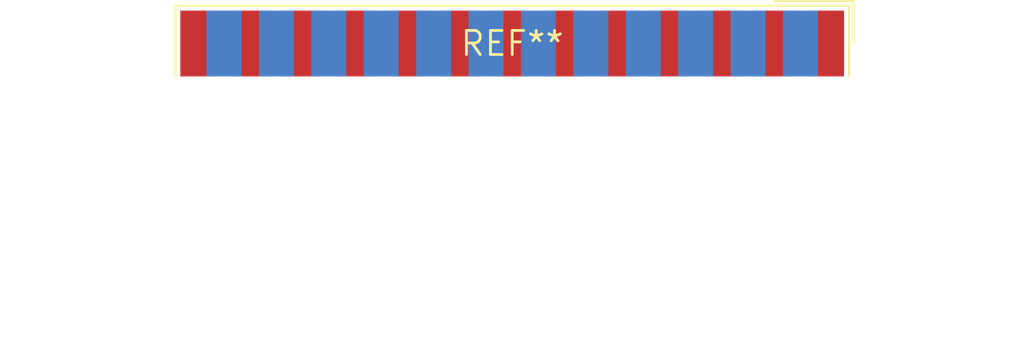
<source format=kicad_pcb>
(kicad_pcb (version 20240108) (generator pcbnew)
  (layers (0 "F.Cu" signal) (31 "B.Cu" signal) (34 "B.Paste" user) (35 "F.Paste" user) (36 "B.SilkS" user "B.Silkscreen") (37 "F.SilkS" user "F.Silkscreen") (38 "B.Mask" user) (39 "F.Mask" user) (44 "Edge.Cuts" user))
  (net 0 "")
  (footprint "DSUB-25_Female_EdgeMount_P2.77mm" (layer "F.Cu") (at 0 0)
    (property "Reference" "REF**")
    (property "Value" "DSUB-25_Female_EdgeMount_P2.77mm")
    (fp_line (start -17.803333 -2) (end -17.803333 1.74) (layer "F.SilkS") (stroke (width 0.12)))
    (fp_line (start 17.803333 -2) (end -17.803333 -2) (layer "F.SilkS") (stroke (width 0.12)))
    (fp_line (start 17.803333 1.74) (end 17.803333 -2) (layer "F.SilkS") (stroke (width 0.12)))
    (fp_line (start 18.043333 -2.24) (end 13.85 -2.24) (layer "F.SilkS") (stroke (width 0.12)))
    (fp_line (start 18.043333 0) (end 18.043333 -2.24) (layer "F.SilkS") (stroke (width 0.12)))
    (pad "1" smd rect (at 16.62 0) (size 1.846667 3.48) (layers "F.Cu" "F.Paste" "F.Mask"))
    (pad "2" smd rect (at 13.85 0) (size 1.846667 3.48) (layers "F.Cu" "F.Paste" "F.Mask"))
    (pad "3" smd rect (at 11.08 0) (size 1.846667 3.48) (layers "F.Cu" "F.Paste" "F.Mask"))
    (pad "4" smd rect (at 8.31 0) (size 1.846667 3.48) (layers "F.Cu" "F.Paste" "F.Mask"))
    (pad "5" smd rect (at 5.54 0) (size 1.846667 3.48) (layers "F.Cu" "F.Paste" "F.Mask"))
    (pad "6" smd rect (at 2.77 0) (size 1.846667 3.48) (layers "F.Cu" "F.Paste" "F.Mask"))
    (pad "7" smd rect (at 0 0) (size 1.846667 3.48) (layers "F.Cu" "F.Paste" "F.Mask"))
    (pad "8" smd rect (at -2.77 0) (size 1.846667 3.48) (layers "F.Cu" "F.Paste" "F.Mask"))
    (pad "9" smd rect (at -5.54 0) (size 1.846667 3.48) (layers "F.Cu" "F.Paste" "F.Mask"))
    (pad "10" smd rect (at -8.31 0) (size 1.846667 3.48) (layers "F.Cu" "F.Paste" "F.Mask"))
    (pad "11" smd rect (at -11.08 0) (size 1.846667 3.48) (layers "F.Cu" "F.Paste" "F.Mask"))
    (pad "12" smd rect (at -13.85 0) (size 1.846667 3.48) (layers "F.Cu" "F.Paste" "F.Mask"))
    (pad "13" smd rect (at -16.62 0) (size 1.846667 3.48) (layers "F.Cu" "F.Paste" "F.Mask"))
    (pad "14" smd rect (at 15.235 0) (size 1.846667 3.48) (layers "B.Cu" "B.Paste" "B.Mask"))
    (pad "15" smd rect (at 12.465 0) (size 1.846667 3.48) (layers "B.Cu" "B.Paste" "B.Mask"))
    (pad "16" smd rect (at 9.695 0) (size 1.846667 3.48) (layers "B.Cu" "B.Paste" "B.Mask"))
    (pad "17" smd rect (at 6.925 0) (size 1.846667 3.48) (layers "B.Cu" "B.Paste" "B.Mask"))
    (pad "18" smd rect (at 4.155 0) (size 1.846667 3.48) (layers "B.Cu" "B.Paste" "B.Mask"))
    (pad "19" smd rect (at 1.385 0) (size 1.846667 3.48) (layers "B.Cu" "B.Paste" "B.Mask"))
    (pad "20" smd rect (at -1.385 0) (size 1.846667 3.48) (layers "B.Cu" "B.Paste" "B.Mask"))
    (pad "21" smd rect (at -4.155 0) (size 1.846667 3.48) (layers "B.Cu" "B.Paste" "B.Mask"))
    (pad "22" smd rect (at -6.925 0) (size 1.846667 3.48) (layers "B.Cu" "B.Paste" "B.Mask"))
    (pad "23" smd rect (at -9.695 0) (size 1.846667 3.48) (layers "B.Cu" "B.Paste" "B.Mask"))
    (pad "24" smd rect (at -12.465 0) (size 1.846667 3.48) (layers "B.Cu" "B.Paste" "B.Mask"))
    (pad "25" smd rect (at -15.235 0) (size 1.846667 3.48) (layers "B.Cu" "B.Paste" "B.Mask"))
  )
)
</source>
